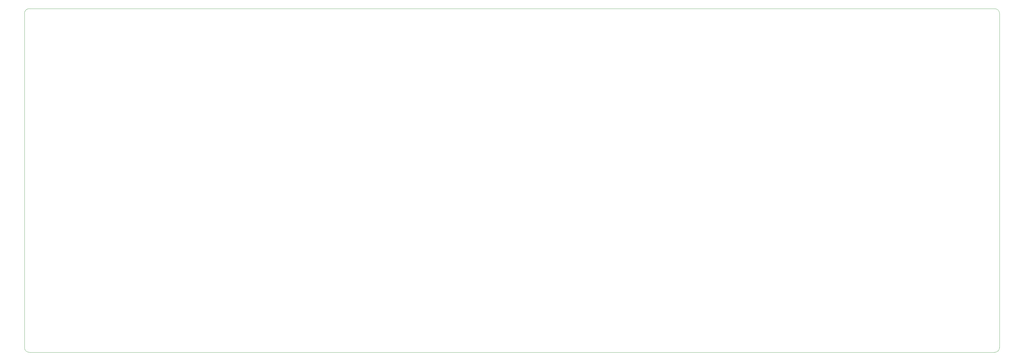
<source format=gbr>
%TF.GenerationSoftware,KiCad,Pcbnew,(5.1.9)-1*%
%TF.CreationDate,2021-05-13T13:18:15-04:00*%
%TF.ProjectId,rnm-75E,726e6d2d-3735-4452-9e6b-696361645f70,rev?*%
%TF.SameCoordinates,Original*%
%TF.FileFunction,Profile,NP*%
%FSLAX46Y46*%
G04 Gerber Fmt 4.6, Leading zero omitted, Abs format (unit mm)*
G04 Created by KiCad (PCBNEW (5.1.9)-1) date 2021-05-13 13:18:15*
%MOMM*%
%LPD*%
G01*
G04 APERTURE LIST*
%TA.AperFunction,Profile*%
%ADD10C,0.050000*%
%TD*%
G04 APERTURE END LIST*
D10*
X326231250Y-87312500D02*
X326231250Y23812500D01*
X648493750Y-88900000D02*
X327818750Y-88900000D01*
X650081250Y23812500D02*
X650081250Y-87312500D01*
X327818750Y25400000D02*
X648493750Y25400000D01*
X327818750Y-88900000D02*
G75*
G02*
X326231250Y-87312500I0J1587500D01*
G01*
X326231250Y23812500D02*
G75*
G02*
X327818750Y25400000I1587500J0D01*
G01*
X648493750Y25400000D02*
G75*
G02*
X650081250Y23812500I0J-1587500D01*
G01*
X650081250Y-87312500D02*
G75*
G02*
X648493750Y-88900000I-1587500J0D01*
G01*
M02*

</source>
